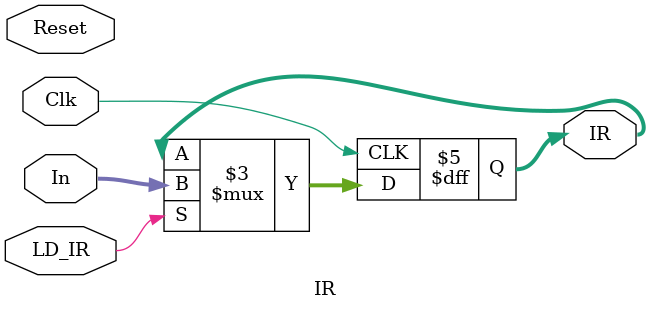
<source format=sv>
module IR(
                input logic  Clk,
                input logic  Reset,
				input logic  [15:0] In,
				input logic  LD_IR,
				output logic [15:0] IR
        );
				
	always_ff @ (posedge Clk) begin
		if (Reset) 
			IR <= 16'd0;

		if (LD_IR) 
			IR <= In;
		
		else 
			IR <= IR;

	end

endmodule
	


</source>
